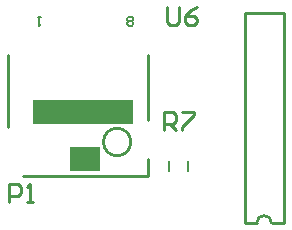
<source format=gto>
%FSLAX25Y25*%
%MOIN*%
G70*
G01*
G75*
G04 Layer_Color=65535*
%ADD10R,0.05709X0.03500*%
%ADD11R,0.03150X0.05000*%
%ADD12R,0.03937X0.06102*%
%ADD13R,0.03150X0.05512*%
%ADD14R,0.05118X0.05906*%
%ADD15R,0.04318X0.05906*%
%ADD16R,0.02756X0.06890*%
%ADD17R,0.06890X0.05512*%
%ADD18C,0.02500*%
%ADD19C,0.03000*%
%ADD20C,0.02700*%
%ADD21R,0.10000X0.05000*%
%ADD22C,0.07087*%
%ADD23C,0.01000*%
%ADD24C,0.00787*%
%ADD25C,0.00500*%
%ADD26R,0.33465X0.07874*%
%ADD27R,0.09843X0.07874*%
D23*
X329044Y352000D02*
G03*
X329044Y352000I-4544J0D01*
G01*
X376000Y325000D02*
G03*
X371000Y325000I-2500J0D01*
G01*
X293209Y340598D02*
X334842D01*
Y346209D01*
Y359496D02*
Y380854D01*
X288287Y357134D02*
Y381051D01*
X380000Y325000D02*
Y395000D01*
X367000D02*
X380000D01*
X367000Y325000D02*
Y395000D01*
Y325000D02*
X371000D01*
X376000D02*
X380000D01*
X288500Y332000D02*
Y337998D01*
X291499D01*
X292499Y336998D01*
Y334999D01*
X291499Y333999D01*
X288500D01*
X294498Y332000D02*
X296497D01*
X295498D01*
Y337998D01*
X294498Y336998D01*
X341000Y396998D02*
Y392000D01*
X342000Y391000D01*
X343999D01*
X344999Y392000D01*
Y396998D01*
X350997D02*
X348997Y395998D01*
X346998Y393999D01*
Y392000D01*
X347998Y391000D01*
X349997D01*
X350997Y392000D01*
Y392999D01*
X349997Y393999D01*
X346998D01*
X340000Y356000D02*
Y361998D01*
X342999D01*
X343999Y360998D01*
Y358999D01*
X342999Y357999D01*
X340000D01*
X341999D02*
X343999Y356000D01*
X345998Y361998D02*
X349997D01*
Y360998D01*
X345998Y357000D01*
Y356000D01*
D24*
X348051Y342425D02*
Y345575D01*
X341949Y342425D02*
Y345575D01*
D25*
X329838Y391249D02*
X329338Y390749D01*
X328339D01*
X327839Y391249D01*
Y391749D01*
X328339Y392249D01*
X327839Y392748D01*
Y393248D01*
X328339Y393748D01*
X329338D01*
X329838Y393248D01*
Y392748D01*
X329338Y392249D01*
X329838Y391749D01*
Y391249D01*
X329338Y392249D02*
X328339D01*
X299024Y393748D02*
X298024D01*
X298524D01*
Y390749D01*
X299024Y391249D01*
D26*
X313090Y361957D02*
D03*
D27*
X313878Y346406D02*
D03*
M02*

</source>
